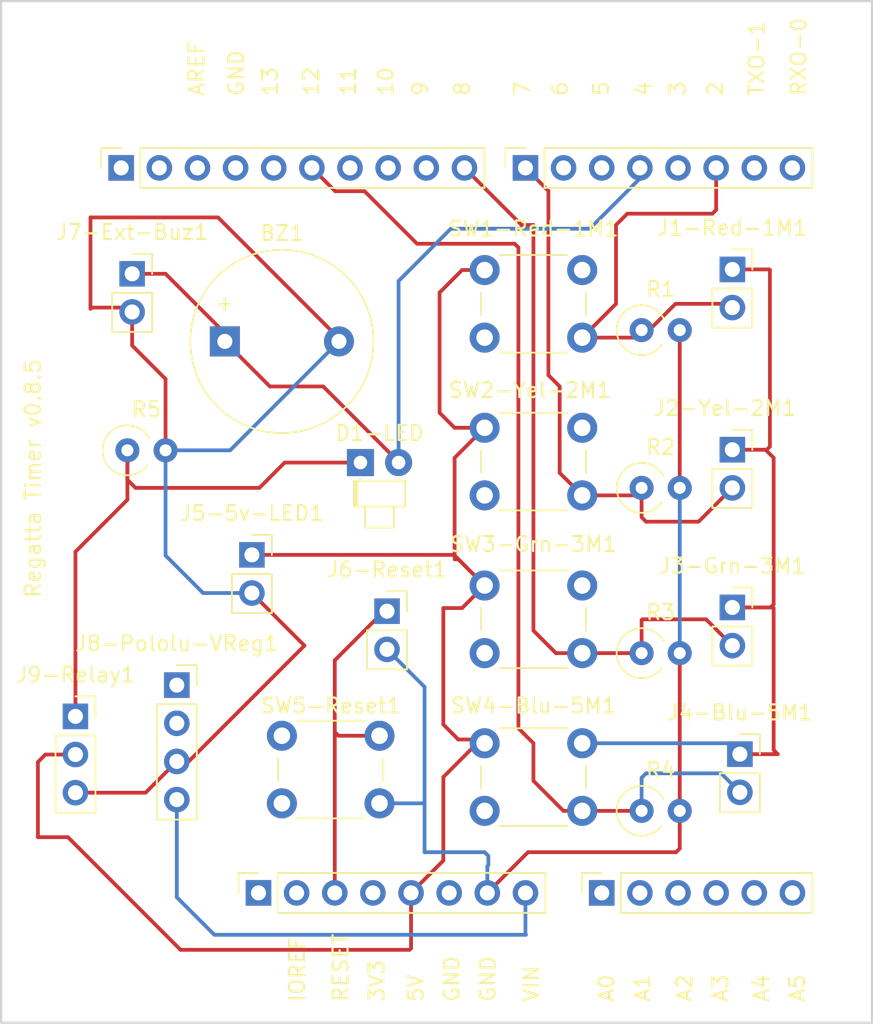
<source format=kicad_pcb>
(kicad_pcb (version 20240108) (generator "pcbnew") (generator_version "8.0")
  (title_block (title "Regatta Timer") (date "2025-03-14"))
  (layers (0 "F.Cu" signal) (31 "B.Cu" signal) (34 "B.Paste" user) (35 "F.Paste" user) (36 "B.SilkS" user "B.Silkscreen") (37 "F.SilkS" user "F.Silkscreen") (38 "B.Mask" user) (39 "F.Mask" user) (44 "Edge.Cuts" user))
  (net 0 "")
  (net 1 "GND")
  (net 3 "+5V")
  (net 4 "/IOREF")
  (net 5 "/A0")
  (net 6 "/A1")
  (net 7 "/A2")
  (net 8 "/A3")
  (net 9 "/SDA{slash}A4")
  (net 10 "/SCL{slash}A5")
  (net 11 "/13")
  (net 12 "/12")
  (net 13 "/AREF")
  (net 14 "/7")
  (net 15 "/*11")
  (net 16 "/*10")
  (net 17 "/*9")
  (net 18 "/4")
  (net 19 "/2")
  (net 20 "/*6")
  (net 21 "/*5")
  (net 22 "/TX{slash}1")
  (net 23 "/*3")
  (net 24 "/RX{slash}0")
  (net 25 "+3V3")
  (net 26 "VCC")
  (net 27 "/~{RESET}")
  (net 28 "/8")
  (net 29 "Net-(D1-K)")
  (footprint "Connector_PinSocket_2.54mm:PinSocket_1x08_P2.54mm_Vertical" (layer "F.Cu") (at 127.94 97.46 90)
    (property "Reference" "J1" (hide yes))
    (property "Value" "Power")
    (fp_line (start 1.33 -1.33) (end 1.33 0) (stroke (width 0.12)) (layer "F.SilkS"))
    (fp_line (start 0 -1.33) (end 1.33 -1.33) (stroke (width 0.12)) (layer "F.SilkS"))
    (fp_line (start 1.33 1.27) (end 1.33 19.11) (stroke (width 0.12)) (layer "F.SilkS"))
    (fp_line (start -1.33 1.27) (end 1.33 1.27) (stroke (width 0.12)) (layer "F.SilkS"))
    (fp_line (start -1.33 1.27) (end -1.33 19.11) (stroke (width 0.12)) (layer "F.SilkS"))
    (fp_line (start -1.33 19.11) (end 1.33 19.11) (stroke (width 0.12)) (layer "F.SilkS"))
    (pad "1" thru_hole rect (at 0 0 90) (size 1.7 1.7) (drill 1) (layers "*.Cu" "*.Mask"))
    (pad "2" thru_hole oval (at 0 2.54 90) (size 1.7 1.7) (drill 1) (layers "*.Cu" "*.Mask") (net 4 "/IOREF"))
    (pad "3" thru_hole oval (at 0 5.08 90) (size 1.7 1.7) (drill 1) (layers "*.Cu" "*.Mask") (net 27 "/~{RESET}"))
    (pad "4" thru_hole oval (at 0 7.62 90) (size 1.7 1.7) (drill 1) (layers "*.Cu" "*.Mask") (net 25 "+3V3"))
    (pad "5" thru_hole oval (at 0 10.16 90) (size 1.7 1.7) (drill 1) (layers "*.Cu" "*.Mask") (net 3 "+5V"))
    (pad "6" thru_hole oval (at 0 12.7 90) (size 1.7 1.7) (drill 1) (layers "*.Cu" "*.Mask") (net 1 "GND"))
    (pad "7" thru_hole oval (at 0 15.24 90) (size 1.7 1.7) (drill 1) (layers "*.Cu" "*.Mask") (net 1 "GND"))
    (pad "8" thru_hole oval (at 0 17.78 90) (size 1.7 1.7) (drill 1) (layers "*.Cu" "*.Mask") (net 26 "VCC"))
  )
  (footprint "Connector_PinSocket_2.54mm:PinSocket_1x06_P2.54mm_Vertical" (layer "F.Cu") (at 150.8 97.46 90)
    (property "Reference" "J3" (hide yes))
    (property "Value" "Analog")
    (fp_line (start 1.33 -1.33) (end 1.33 0) (stroke (width 0.12)) (layer "F.SilkS"))
    (fp_line (start 0 -1.33) (end 1.33 -1.33) (stroke (width 0.12)) (layer "F.SilkS"))
    (fp_line (start 1.33 1.27) (end 1.33 14.03) (stroke (width 0.12)) (layer "F.SilkS"))
    (fp_line (start -1.33 1.27) (end 1.33 1.27) (stroke (width 0.12)) (layer "F.SilkS"))
    (fp_line (start -1.33 1.27) (end -1.33 14.03) (stroke (width 0.12)) (layer "F.SilkS"))
    (fp_line (start -1.33 14.03) (end 1.33 14.03) (stroke (width 0.12)) (layer "F.SilkS"))
    (pad "1" thru_hole rect (at 0 0 90) (size 1.7 1.7) (drill 1) (layers "*.Cu" "*.Mask") (net 5 "/A0"))
    (pad "2" thru_hole oval (at 0 2.54 90) (size 1.7 1.7) (drill 1) (layers "*.Cu" "*.Mask") (net 6 "/A1"))
    (pad "3" thru_hole oval (at 0 5.08 90) (size 1.7 1.7) (drill 1) (layers "*.Cu" "*.Mask") (net 7 "/A2"))
    (pad "4" thru_hole oval (at 0 7.62 90) (size 1.7 1.7) (drill 1) (layers "*.Cu" "*.Mask") (net 8 "/A3"))
    (pad "5" thru_hole oval (at 0 10.16 90) (size 1.7 1.7) (drill 1) (layers "*.Cu" "*.Mask") (net 9 "/SDA{slash}A4"))
    (pad "6" thru_hole oval (at 0 12.7 90) (size 1.7 1.7) (drill 1) (layers "*.Cu" "*.Mask") (net 10 "/SCL{slash}A5"))
  )
  (footprint "Connector_PinSocket_2.54mm:PinSocket_1x10_P2.54mm_Vertical" (layer "F.Cu") (at 118.796 49.2 90)
    (property "Reference" "J2" (hide yes))
    (property "Value" "Digital/PWM")
    (fp_line (start 1.33 -1.33) (end 1.33 0) (stroke (width 0.12)) (layer "F.SilkS"))
    (fp_line (start 0 -1.33) (end 1.33 -1.33) (stroke (width 0.12)) (layer "F.SilkS"))
    (fp_line (start 1.33 1.27) (end 1.33 24.19) (stroke (width 0.12)) (layer "F.SilkS"))
    (fp_line (start -1.33 1.27) (end 1.33 1.27) (stroke (width 0.12)) (layer "F.SilkS"))
    (fp_line (start -1.33 1.27) (end -1.33 24.19) (stroke (width 0.12)) (layer "F.SilkS"))
    (fp_line (start -1.33 24.19) (end 1.33 24.19) (stroke (width 0.12)) (layer "F.SilkS"))
    (pad "1" thru_hole rect (at 0 0 90) (size 1.7 1.7) (drill 1) (layers "*.Cu" "*.Mask") (net 10 "/SCL{slash}A5"))
    (pad "2" thru_hole oval (at 0 2.54 90) (size 1.7 1.7) (drill 1) (layers "*.Cu" "*.Mask") (net 9 "/SDA{slash}A4"))
    (pad "3" thru_hole oval (at 0 5.08 90) (size 1.7 1.7) (drill 1) (layers "*.Cu" "*.Mask") (net 13 "/AREF"))
    (pad "4" thru_hole oval (at 0 7.62 90) (size 1.7 1.7) (drill 1) (layers "*.Cu" "*.Mask") (net 1 "GND"))
    (pad "5" thru_hole oval (at 0 10.16 90) (size 1.7 1.7) (drill 1) (layers "*.Cu" "*.Mask") (net 11 "/13"))
    (pad "6" thru_hole oval (at 0 12.7 90) (size 1.7 1.7) (drill 1) (layers "*.Cu" "*.Mask") (net 12 "/12"))
    (pad "7" thru_hole oval (at 0 15.24 90) (size 1.7 1.7) (drill 1) (layers "*.Cu" "*.Mask") (net 15 "/*11"))
    (pad "8" thru_hole oval (at 0 17.78 90) (size 1.7 1.7) (drill 1) (layers "*.Cu" "*.Mask") (net 16 "/*10"))
    (pad "9" thru_hole oval (at 0 20.32 90) (size 1.7 1.7) (drill 1) (layers "*.Cu" "*.Mask") (net 17 "/*9"))
    (pad "10" thru_hole oval (at 0 22.86 90) (size 1.7 1.7) (drill 1) (layers "*.Cu" "*.Mask") (net 28 "/8"))
  )
  (footprint "Connector_PinSocket_2.54mm:PinSocket_1x08_P2.54mm_Vertical" (layer "F.Cu") (at 145.72 49.2 90)
    (property "Reference" "J4" (hide yes))
    (property "Value" "Digital/PWM")
    (fp_line (start 1.33 -1.33) (end 1.33 0) (stroke (width 0.12)) (layer "F.SilkS"))
    (fp_line (start 0 -1.33) (end 1.33 -1.33) (stroke (width 0.12)) (layer "F.SilkS"))
    (fp_line (start 1.33 1.27) (end 1.33 19.11) (stroke (width 0.12)) (layer "F.SilkS"))
    (fp_line (start -1.33 1.27) (end 1.33 1.27) (stroke (width 0.12)) (layer "F.SilkS"))
    (fp_line (start -1.33 1.27) (end -1.33 19.11) (stroke (width 0.12)) (layer "F.SilkS"))
    (fp_line (start -1.33 19.11) (end 1.33 19.11) (stroke (width 0.12)) (layer "F.SilkS"))
    (pad "1" thru_hole rect (at 0 0 90) (size 1.7 1.7) (drill 1) (layers "*.Cu" "*.Mask") (net 14 "/7"))
    (pad "2" thru_hole oval (at 0 2.54 90) (size 1.7 1.7) (drill 1) (layers "*.Cu" "*.Mask") (net 20 "/*6"))
    (pad "3" thru_hole oval (at 0 5.08 90) (size 1.7 1.7) (drill 1) (layers "*.Cu" "*.Mask") (net 21 "/*5"))
    (pad "4" thru_hole oval (at 0 7.62 90) (size 1.7 1.7) (drill 1) (layers "*.Cu" "*.Mask") (net 18 "/4"))
    (pad "5" thru_hole oval (at 0 10.16 90) (size 1.7 1.7) (drill 1) (layers "*.Cu" "*.Mask") (net 23 "/*3"))
    (pad "6" thru_hole oval (at 0 12.7 90) (size 1.7 1.7) (drill 1) (layers "*.Cu" "*.Mask") (net 19 "/2"))
    (pad "7" thru_hole oval (at 0 15.24 90) (size 1.7 1.7) (drill 1) (layers "*.Cu" "*.Mask") (net 22 "/TX{slash}1"))
    (pad "8" thru_hole oval (at 0 17.78 90) (size 1.7 1.7) (drill 1) (layers "*.Cu" "*.Mask") (net 24 "/RX{slash}0"))
  )
  (footprint "Connector_PinSocket_2.54mm:PinSocket_1x02_P2.54mm_Vertical" (layer "F.Cu") (at 127.5 74.96)
    (property "Reference" "J5-5v-LED1" (at 0 -2.77 0) (layer "F.SilkS"))
    (property "Value" "Conn_01x02_Socket" (hide yes))
    (fp_line (start -1.33 1.27) (end -1.33 3.87) (stroke (width 0.12)) (layer "F.SilkS"))
    (fp_line (start -1.33 1.27) (end 1.33 1.27) (stroke (width 0.12)) (layer "F.SilkS"))
    (fp_line (start -1.33 3.87) (end 1.33 3.87) (stroke (width 0.12)) (layer "F.SilkS"))
    (fp_line (start 0 -1.33) (end 1.33 -1.33) (stroke (width 0.12)) (layer "F.SilkS"))
    (fp_line (start 1.33 -1.33) (end 1.33 0) (stroke (width 0.12)) (layer "F.SilkS"))
    (fp_line (start 1.33 1.27) (end 1.33 3.87) (stroke (width 0.12)) (layer "F.SilkS"))
    (pad "1" thru_hole rect (at 0 0) (size 1.7 1.7) (drill 1) (layers "*.Cu" "*.Mask") (net 3 "+5V"))
    (pad "2" thru_hole oval (at 0 2.54) (size 1.7 1.7) (drill 1) (layers "*.Cu" "*.Mask") (net 1 "GND"))
  )
  (footprint "Buzzer_Beeper:Buzzer_12x9.5RM7.6" (layer "F.Cu") (at 125.7 60.75)
    (property "Reference" "BZ1" (at 3.8 -7.2 0) (layer "F.SilkS"))
    (property "Value" "Buzzer" (hide yes))
    (fp_circle (center 3.8 0) (end 9.9 0) (stroke (width 0.12)) (fill none) (layer "F.SilkS"))
    (fp_text user "+" (at -0.01 -2.54 0) (layer "F.SilkS"))
    (pad "1" thru_hole rect (at 0 0) (size 2 2) (drill 1) (layers "*.Cu" "*.Mask") (net 18 "/4"))
    (pad "2" thru_hole circle (at 7.6 0) (size 2 2) (drill 1) (layers "*.Cu" "*.Mask") (net 1 "GND"))
  )
  (footprint "Button_Switch_THT:SW_PUSH_6mm" (layer "F.Cu") (at 129.5 87)
    (property "Reference" "SW5-Reset1" (at 3.25 -2 0) (layer "F.SilkS"))
    (property "Value" "~")
    (fp_line (start -0.25 1.5) (end -0.25 3) (stroke (width 0.12)) (layer "F.SilkS"))
    (fp_line (start 1 5.5) (end 5.5 5.5) (stroke (width 0.12)) (layer "F.SilkS"))
    (fp_line (start 5.5 -1) (end 1 -1) (stroke (width 0.12)) (layer "F.SilkS"))
    (fp_line (start 6.75 3) (end 6.75 1.5) (stroke (width 0.12)) (layer "F.SilkS"))
    (pad "1" thru_hole circle (at 0 0 90) (size 2 2) (drill 1.1) (layers "*.Cu" "*.Mask") (net 27 "/~{RESET}"))
    (pad "1" thru_hole circle (at 6.5 0 90) (size 2 2) (drill 1.1) (layers "*.Cu" "*.Mask") (net 27 "/~{RESET}"))
    (pad "2" thru_hole circle (at 0 4.5 90) (size 2 2) (drill 1.1) (layers "*.Cu" "*.Mask") (net 1 "GND"))
    (pad "2" thru_hole circle (at 6.5 4.5 90) (size 2 2) (drill 1.1) (layers "*.Cu" "*.Mask") (net 1 "GND"))
  )
  (footprint "Button_Switch_THT:SW_PUSH_6mm" (layer "F.Cu") (at 143 77)
    (property "Reference" "SW3-Grn-3M1" (at 3.25 -2.75 0) (layer "F.SilkS"))
    (property "Value" "~")
    (fp_line (start -0.25 1.5) (end -0.25 3) (stroke (width 0.12)) (layer "F.SilkS"))
    (fp_line (start 1 5.5) (end 5.5 5.5) (stroke (width 0.12)) (layer "F.SilkS"))
    (fp_line (start 5.5 -1) (end 1 -1) (stroke (width 0.12)) (layer "F.SilkS"))
    (fp_line (start 6.75 3) (end 6.75 1.5) (stroke (width 0.12)) (layer "F.SilkS"))
    (pad "1" thru_hole circle (at 0 0 90) (size 2 2) (drill 1.1) (layers "*.Cu" "*.Mask") (net 3 "+5V"))
    (pad "1" thru_hole circle (at 6.5 0 90) (size 2 2) (drill 1.1) (layers "*.Cu" "*.Mask") (net 3 "+5V"))
    (pad "2" thru_hole circle (at 0 4.5 90) (size 2 2) (drill 1.1) (layers "*.Cu" "*.Mask") (net 28 "/8"))
    (pad "2" thru_hole circle (at 6.5 4.5 90) (size 2 2) (drill 1.1) (layers "*.Cu" "*.Mask") (net 28 "/8"))
  )
  (footprint "Button_Switch_THT:SW_PUSH_6mm" (layer "F.Cu") (at 143 66.5)
    (property "Reference" "SW2-Yel-2M1" (at 3 -2.5 0) (layer "F.SilkS"))
    (property "Value" "~")
    (fp_line (start -0.25 1.5) (end -0.25 3) (stroke (width 0.12)) (layer "F.SilkS"))
    (fp_line (start 1 5.5) (end 5.5 5.5) (stroke (width 0.12)) (layer "F.SilkS"))
    (fp_line (start 5.5 -1) (end 1 -1) (stroke (width 0.12)) (layer "F.SilkS"))
    (fp_line (start 6.75 3) (end 6.75 1.5) (stroke (width 0.12)) (layer "F.SilkS"))
    (pad "1" thru_hole circle (at 0 0 90) (size 2 2) (drill 1.1) (layers "*.Cu" "*.Mask") (net 3 "+5V"))
    (pad "1" thru_hole circle (at 6.5 0 90) (size 2 2) (drill 1.1) (layers "*.Cu" "*.Mask") (net 3 "+5V"))
    (pad "2" thru_hole circle (at 0 4.5 90) (size 2 2) (drill 1.1) (layers "*.Cu" "*.Mask") (net 14 "/7"))
    (pad "2" thru_hole circle (at 6.5 4.5 90) (size 2 2) (drill 1.1) (layers "*.Cu" "*.Mask") (net 14 "/7"))
  )
  (footprint "Connector_PinSocket_2.54mm:PinSocket_1x02_P2.54mm_Vertical" (layer "F.Cu") (at 119.525 56.25)
    (property "Reference" "J7-Ext-Buz1" (at 0 -2.77 0) (layer "F.SilkS"))
    (property "Value" "Conn_01x02_Socket" (hide yes))
    (fp_line (start -1.33 1.27) (end -1.33 3.87) (stroke (width 0.12)) (layer "F.SilkS"))
    (fp_line (start -1.33 1.27) (end 1.33 1.27) (stroke (width 0.12)) (layer "F.SilkS"))
    (fp_line (start -1.33 3.87) (end 1.33 3.87) (stroke (width 0.12)) (layer "F.SilkS"))
    (fp_line (start 0 -1.33) (end 1.33 -1.33) (stroke (width 0.12)) (layer "F.SilkS"))
    (fp_line (start 1.33 -1.33) (end 1.33 0) (stroke (width 0.12)) (layer "F.SilkS"))
    (fp_line (start 1.33 1.27) (end 1.33 3.87) (stroke (width 0.12)) (layer "F.SilkS"))
    (pad "1" thru_hole rect (at 0 0) (size 1.7 1.7) (drill 1) (layers "*.Cu" "*.Mask") (net 18 "/4"))
    (pad "2" thru_hole oval (at 0 2.54) (size 1.7 1.7) (drill 1) (layers "*.Cu" "*.Mask") (net 1 "GND"))
  )
  (footprint "Button_Switch_THT:SW_PUSH_6mm" (layer "F.Cu") (at 143 56)
    (property "Reference" "SW1-Red-1M1" (at 3.25 -2.75 0) (layer "F.SilkS"))
    (property "Value" "~")
    (fp_line (start -0.25 1.5) (end -0.25 3) (stroke (width 0.12)) (layer "F.SilkS"))
    (fp_line (start 1 5.5) (end 5.5 5.5) (stroke (width 0.12)) (layer "F.SilkS"))
    (fp_line (start 5.5 -1) (end 1 -1) (stroke (width 0.12)) (layer "F.SilkS"))
    (fp_line (start 6.75 3) (end 6.75 1.5) (stroke (width 0.12)) (layer "F.SilkS"))
    (pad "1" thru_hole circle (at 0 0 90) (size 2 2) (drill 1.1) (layers "*.Cu" "*.Mask") (net 3 "+5V"))
    (pad "1" thru_hole circle (at 6.5 0 90) (size 2 2) (drill 1.1) (layers "*.Cu" "*.Mask") (net 3 "+5V"))
    (pad "2" thru_hole circle (at 0 4.5 90) (size 2 2) (drill 1.1) (layers "*.Cu" "*.Mask") (net 19 "/2"))
    (pad "2" thru_hole circle (at 6.5 4.5 90) (size 2 2) (drill 1.1) (layers "*.Cu" "*.Mask") (net 19 "/2"))
  )
  (footprint "Connector_PinSocket_2.54mm:PinSocket_1x02_P2.54mm_Vertical" (layer "F.Cu") (at 159.5 78.46)
    (property "Reference" "J3-Grn-3M1" (at 0 -2.77 0) (layer "F.SilkS"))
    (property "Value" "J3-Grn-3M" (hide yes))
    (fp_line (start -1.33 1.27) (end -1.33 3.87) (stroke (width 0.12)) (layer "F.SilkS"))
    (fp_line (start -1.33 1.27) (end 1.33 1.27) (stroke (width 0.12)) (layer "F.SilkS"))
    (fp_line (start -1.33 3.87) (end 1.33 3.87) (stroke (width 0.12)) (layer "F.SilkS"))
    (fp_line (start 0 -1.33) (end 1.33 -1.33) (stroke (width 0.12)) (layer "F.SilkS"))
    (fp_line (start 1.33 -1.33) (end 1.33 0) (stroke (width 0.12)) (layer "F.SilkS"))
    (fp_line (start 1.33 1.27) (end 1.33 3.87) (stroke (width 0.12)) (layer "F.SilkS"))
    (pad "1" thru_hole rect (at 0 0) (size 1.7 1.7) (drill 1) (layers "*.Cu" "*.Mask") (net 3 "+5V"))
    (pad "2" thru_hole oval (at 0 2.54) (size 1.7 1.7) (drill 1) (layers "*.Cu" "*.Mask") (net 28 "/8"))
  )
  (footprint "Button_Switch_THT:SW_PUSH_6mm" (layer "F.Cu") (at 143 87.5)
    (property "Reference" "SW4-Blu-5M1" (at 3.25 -2.5 0) (layer "F.SilkS"))
    (property "Value" "~")
    (fp_line (start -0.25 1.5) (end -0.25 3) (stroke (width 0.12)) (layer "F.SilkS"))
    (fp_line (start 1 5.5) (end 5.5 5.5) (stroke (width 0.12)) (layer "F.SilkS"))
    (fp_line (start 5.5 -1) (end 1 -1) (stroke (width 0.12)) (layer "F.SilkS"))
    (fp_line (start 6.75 3) (end 6.75 1.5) (stroke (width 0.12)) (layer "F.SilkS"))
    (pad "1" thru_hole circle (at 0 0 90) (size 2 2) (drill 1.1) (layers "*.Cu" "*.Mask") (net 3 "+5V"))
    (pad "1" thru_hole circle (at 6.5 0 90) (size 2 2) (drill 1.1) (layers "*.Cu" "*.Mask") (net 3 "+5V"))
    (pad "2" thru_hole circle (at 0 4.5 90) (size 2 2) (drill 1.1) (layers "*.Cu" "*.Mask") (net 12 "/12"))
    (pad "2" thru_hole circle (at 6.5 4.5 90) (size 2 2) (drill 1.1) (layers "*.Cu" "*.Mask") (net 12 "/12"))
  )
  (footprint "Resistor_THT:R_Axial_DIN0309_L9.0mm_D3.2mm_P2.54mm_Vertical" (layer "F.Cu") (at 119.21 68)
    (property "Reference" "R5" (at 1.27 -2.72 0) (layer "F.SilkS"))
    (property "Value" "~" (hide yes))
    (fp_arc (start 1.344775 0.97138) (mid -1.655812 -0.101418) (end 1.453272 -0.8) (stroke (width 0.12)) (layer "F.SilkS"))
    (pad "1" thru_hole circle (at 0 0) (size 1.6 1.6) (drill 0.8) (layers "*.Cu" "*.Mask") (net 29 "Net-(D1-K)"))
    (pad "2" thru_hole oval (at 2.54 0) (size 1.6 1.6) (drill 0.8) (layers "*.Cu" "*.Mask") (net 1 "GND"))
  )
  (footprint "LED_THT:LED_D1.8mm_W1.8mm_H2.4mm_Horizontal_O1.27mm_Z1.6mm" (layer "F.Cu") (at 134.73 68.815)
    (property "Reference" "D1-LED" (at 1.27 -1.96 0) (layer "F.SilkS"))
    (property "Value" "LED" (hide yes))
    (fp_line (start -0.44 1.21) (end -0.44 2.93) (stroke (width 0.12)) (layer "F.SilkS"))
    (fp_line (start -0.44 2.93) (end 2.98 2.93) (stroke (width 0.12)) (layer "F.SilkS"))
    (fp_line (start -0.32 1.21) (end -0.32 2.93) (stroke (width 0.12)) (layer "F.SilkS"))
    (fp_line (start -0.2 1.21) (end -0.2 2.93) (stroke (width 0.12)) (layer "F.SilkS"))
    (fp_line (start 0 1.08) (end 0 1.08) (stroke (width 0.12)) (layer "F.SilkS"))
    (fp_line (start 0 1.08) (end 0 1.21) (stroke (width 0.12)) (layer "F.SilkS"))
    (fp_line (start 0 1.21) (end 0 1.08) (stroke (width 0.12)) (layer "F.SilkS"))
    (fp_line (start 0 1.21) (end 0 1.21) (stroke (width 0.12)) (layer "F.SilkS"))
    (fp_line (start 0.31 2.93) (end 0.31 4.33) (stroke (width 0.12)) (layer "F.SilkS"))
    (fp_line (start 0.31 4.33) (end 2.23 4.33) (stroke (width 0.12)) (layer "F.SilkS"))
    (fp_line (start 2.23 2.93) (end 0.31 2.93) (stroke (width 0.12)) (layer "F.SilkS"))
    (fp_line (start 2.23 4.33) (end 2.23 2.93) (stroke (width 0.12)) (layer "F.SilkS"))
    (fp_line (start 2.54 1.08) (end 2.54 1.08) (stroke (width 0.12)) (layer "F.SilkS"))
    (fp_line (start 2.54 1.08) (end 2.54 1.21) (stroke (width 0.12)) (layer "F.SilkS"))
    (fp_line (start 2.54 1.21) (end 2.54 1.08) (stroke (width 0.12)) (layer "F.SilkS"))
    (fp_line (start 2.54 1.21) (end 2.54 1.21) (stroke (width 0.12)) (layer "F.SilkS"))
    (fp_line (start 2.98 1.21) (end -0.44 1.21) (stroke (width 0.12)) (layer "F.SilkS"))
    (fp_line (start 2.98 2.93) (end 2.98 1.21) (stroke (width 0.12)) (layer "F.SilkS"))
    (pad "1" thru_hole rect (at 0 0) (size 1.8 1.8) (drill 0.9) (layers "*.Cu" "*.Mask") (net 29 "Net-(D1-K)"))
    (pad "2" thru_hole circle (at 2.54 0) (size 1.8 1.8) (drill 0.9) (layers "*.Cu" "*.Mask") (net 18 "/4"))
  )
  (footprint "Arduino_MountingHole:MountingHole_3.2mm" (layer "F.Cu") (at 115.24 49.2)
    (property "Reference" "MH1" (hide yes))
    (property "Value" "MountingHole_3.2mm" (hide yes))
    (pad "" np_thru_hole circle (at 0 0) (size 3.2 3.2) (drill 3.2) (layers "*.Cu" "*.Mask"))
  )
  (footprint "Resistor_THT:R_Axial_DIN0309_L9.0mm_D3.2mm_P2.54mm_Vertical" (layer "F.Cu") (at 153.455 70.5)
    (property "Reference" "R2" (at 1.27 -2.72 0) (layer "F.SilkS"))
    (property "Value" "~")
    (fp_arc (start 1.344775 0.97138) (mid -1.655812 -0.101418) (end 1.453272 -0.8) (stroke (width 0.12)) (layer "F.SilkS"))
    (pad "1" thru_hole circle (at 0 0) (size 1.6 1.6) (drill 0.8) (layers "*.Cu" "*.Mask") (net 14 "/7"))
    (pad "2" thru_hole oval (at 2.54 0) (size 1.6 1.6) (drill 0.8) (layers "*.Cu" "*.Mask") (net 1 "GND"))
  )
  (footprint "Connector_PinSocket_2.54mm:PinSocket_1x02_P2.54mm_Vertical" (layer "F.Cu") (at 159.5 55.96)
    (property "Reference" "J1-Red-1M1" (at 0 -2.77 0) (layer "F.SilkS"))
    (property "Value" "Conn_01x02_Socket" (hide yes))
    (fp_line (start -1.33 1.27) (end -1.33 3.87) (stroke (width 0.12)) (layer "F.SilkS"))
    (fp_line (start -1.33 1.27) (end 1.33 1.27) (stroke (width 0.12)) (layer "F.SilkS"))
    (fp_line (start -1.33 3.87) (end 1.33 3.87) (stroke (width 0.12)) (layer "F.SilkS"))
    (fp_line (start 0 -1.33) (end 1.33 -1.33) (stroke (width 0.12)) (layer "F.SilkS"))
    (fp_line (start 1.33 -1.33) (end 1.33 0) (stroke (width 0.12)) (layer "F.SilkS"))
    (fp_line (start 1.33 1.27) (end 1.33 3.87) (stroke (width 0.12)) (layer "F.SilkS"))
    (pad "1" thru_hole rect (at 0 0) (size 1.7 1.7) (drill 1) (layers "*.Cu" "*.Mask") (net 3 "+5V"))
    (pad "2" thru_hole oval (at 0 2.54) (size 1.7 1.7) (drill 1) (layers "*.Cu" "*.Mask") (net 19 "/2"))
  )
  (footprint "Connector_PinSocket_2.54mm:PinSocket_1x04_P2.54mm_Vertical" (layer "F.Cu") (at 122.5 83.63)
    (property "Reference" "J8-Pololu-VReg1" (at 0 -2.77 0) (layer "F.SilkS"))
    (property "Value" "Conn_01x04_Socket" (hide yes))
    (fp_line (start -1.33 1.27) (end -1.33 8.95) (stroke (width 0.12)) (layer "F.SilkS"))
    (fp_line (start -1.33 1.27) (end 1.33 1.27) (stroke (width 0.12)) (layer "F.SilkS"))
    (fp_line (start -1.33 8.95) (end 1.33 8.95) (stroke (width 0.12)) (layer "F.SilkS"))
    (fp_line (start 0 -1.33) (end 1.33 -1.33) (stroke (width 0.12)) (layer "F.SilkS"))
    (fp_line (start 1.33 -1.33) (end 1.33 0) (stroke (width 0.12)) (layer "F.SilkS"))
    (fp_line (start 1.33 1.27) (end 1.33 8.95) (stroke (width 0.12)) (layer "F.SilkS"))
    (pad "1" thru_hole rect (at 0 0) (size 1.7 1.7) (drill 1) (layers "*.Cu" "*.Mask"))
    (pad "2" thru_hole oval (at 0 2.54) (size 1.7 1.7) (drill 1) (layers "*.Cu" "*.Mask"))
    (pad "3" thru_hole oval (at 0 5.08) (size 1.7 1.7) (drill 1) (layers "*.Cu" "*.Mask") (net 1 "GND"))
    (pad "4" thru_hole oval (at 0 7.62) (size 1.7 1.7) (drill 1) (layers "*.Cu" "*.Mask") (net 26 "VCC"))
  )
  (footprint "Connector_PinSocket_2.54mm:PinSocket_1x02_P2.54mm_Vertical" (layer "F.Cu") (at 136.5 78.71)
    (property "Reference" "J6-Reset1" (at 0 -2.77 0) (layer "F.SilkS"))
    (property "Value" "J6-Reset" (hide yes))
    (fp_line (start -1.33 1.27) (end -1.33 3.87) (stroke (width 0.12)) (layer "F.SilkS"))
    (fp_line (start -1.33 1.27) (end 1.33 1.27) (stroke (width 0.12)) (layer "F.SilkS"))
    (fp_line (start -1.33 3.87) (end 1.33 3.87) (stroke (width 0.12)) (layer "F.SilkS"))
    (fp_line (start 0 -1.33) (end 1.33 -1.33) (stroke (width 0.12)) (layer "F.SilkS"))
    (fp_line (start 1.33 -1.33) (end 1.33 0) (stroke (width 0.12)) (layer "F.SilkS"))
    (fp_line (start 1.33 1.27) (end 1.33 3.87) (stroke (width 0.12)) (layer "F.SilkS"))
    (pad "1" thru_hole rect (at 0 0) (size 1.7 1.7) (drill 1) (layers "*.Cu" "*.Mask") (net 27 "/~{RESET}"))
    (pad "2" thru_hole oval (at 0 2.54) (size 1.7 1.7) (drill 1) (layers "*.Cu" "*.Mask") (net 1 "GND"))
  )
  (footprint "Resistor_THT:R_Axial_DIN0309_L9.0mm_D3.2mm_P2.54mm_Vertical" (layer "F.Cu") (at 153.455 60)
    (property "Reference" "R1" (at 1.27 -2.72 0) (layer "F.SilkS"))
    (property "Value" "~")
    (fp_arc (start 1.344775 0.97138) (mid -1.655812 -0.101418) (end 1.453272 -0.8) (stroke (width 0.12)) (layer "F.SilkS"))
    (pad "1" thru_hole circle (at 0 0) (size 1.6 1.6) (drill 0.8) (layers "*.Cu" "*.Mask") (net 19 "/2"))
    (pad "2" thru_hole oval (at 2.54 0) (size 1.6 1.6) (drill 0.8) (layers "*.Cu" "*.Mask") (net 1 "GND"))
  )
  (footprint "Connector_PinSocket_2.54mm:PinSocket_1x02_P2.54mm_Vertical" (layer "F.Cu") (at 160 88.225)
    (property "Reference" "J4-Blu-5M1" (at 0 -2.77 0) (layer "F.SilkS"))
    (property "Value" "J4-Blu-5M1" (hide yes))
    (fp_line (start -1.33 1.27) (end -1.33 3.87) (stroke (width 0.12)) (layer "F.SilkS"))
    (fp_line (start -1.33 1.27) (end 1.33 1.27) (stroke (width 0.12)) (layer "F.SilkS"))
    (fp_line (start -1.33 3.87) (end 1.33 3.87) (stroke (width 0.12)) (layer "F.SilkS"))
    (fp_line (start 0 -1.33) (end 1.33 -1.33) (stroke (width 0.12)) (layer "F.SilkS"))
    (fp_line (start 1.33 -1.33) (end 1.33 0) (stroke (width 0.12)) (layer "F.SilkS"))
    (fp_line (start 1.33 1.27) (end 1.33 3.87) (stroke (width 0.12)) (layer "F.SilkS"))
    (pad "1" thru_hole rect (at 0 0) (size 1.7 1.7) (drill 1) (layers "*.Cu" "*.Mask") (net 3 "+5V"))
    (pad "2" thru_hole oval (at 0 2.54) (size 1.7 1.7) (drill 1) (layers "*.Cu" "*.Mask") (net 12 "/12"))
  )
  (footprint "Connector_PinSocket_2.54mm:PinSocket_1x03_P2.54mm_Vertical" (layer "F.Cu") (at 115.75 85.71)
    (property "Reference" "J9-Relay1" (at 0 -2.77 0) (layer "F.SilkS"))
    (property "Value" "Conn_01x03_Socket" (hide yes))
    (fp_line (start -1.33 1.27) (end -1.33 6.41) (stroke (width 0.12)) (layer "F.SilkS"))
    (fp_line (start -1.33 1.27) (end 1.33 1.27) (stroke (width 0.12)) (layer "F.SilkS"))
    (fp_line (start -1.33 6.41) (end 1.33 6.41) (stroke (width 0.12)) (layer "F.SilkS"))
    (fp_line (start 0 -1.33) (end 1.33 -1.33) (stroke (width 0.12)) (layer "F.SilkS"))
    (fp_line (start 1.33 -1.33) (end 1.33 0) (stroke (width 0.12)) (layer "F.SilkS"))
    (fp_line (start 1.33 1.27) (end 1.33 6.41) (stroke (width 0.12)) (layer "F.SilkS"))
    (pad "1" thru_hole rect (at 0 0) (size 1.7 1.7) (drill 1) (layers "*.Cu" "*.Mask") (net 29 "Net-(D1-K)"))
    (pad "2" thru_hole oval (at 0 2.54) (size 1.7 1.7) (drill 1) (layers "*.Cu" "*.Mask") (net 3 "+5V"))
    (pad "3" thru_hole oval (at 0 5.08) (size 1.7 1.7) (drill 1) (layers "*.Cu" "*.Mask") (net 1 "GND"))
  )
  (footprint "Resistor_THT:R_Axial_DIN0309_L9.0mm_D3.2mm_P2.54mm_Vertical" (layer "F.Cu") (at 153.455 81.5)
    (property "Reference" "R3" (at 1.27 -2.72 0) (layer "F.SilkS"))
    (property "Value" "~")
    (fp_arc (start 1.344775 0.97138) (mid -1.655812 -0.101418) (end 1.453272 -0.8) (stroke (width 0.12)) (layer "F.SilkS"))
    (pad "1" thru_hole circle (at 0 0) (size 1.6 1.6) (drill 0.8) (layers "*.Cu" "*.Mask") (net 28 "/8"))
    (pad "2" thru_hole oval (at 2.54 0) (size 1.6 1.6) (drill 0.8) (layers "*.Cu" "*.Mask") (net 1 "GND"))
  )
  (footprint "Connector_PinSocket_2.54mm:PinSocket_1x02_P2.54mm_Vertical" (layer "F.Cu") (at 159.5 67.96)
    (property "Reference" "J2-Yel-2M1" (at -0.5 -2.77 0) (layer "F.SilkS"))
    (property "Value" "Conn_01x02_Socket" (hide yes))
    (fp_line (start -1.33 1.27) (end -1.33 3.87) (stroke (width 0.12)) (layer "F.SilkS"))
    (fp_line (start -1.33 1.27) (end 1.33 1.27) (stroke (width 0.12)) (layer "F.SilkS"))
    (fp_line (start -1.33 3.87) (end 1.33 3.87) (stroke (width 0.12)) (layer "F.SilkS"))
    (fp_line (start 0 -1.33) (end 1.33 -1.33) (stroke (width 0.12)) (layer "F.SilkS"))
    (fp_line (start 1.33 -1.33) (end 1.33 0) (stroke (width 0.12)) (layer "F.SilkS"))
    (fp_line (start 1.33 1.27) (end 1.33 3.87) (stroke (width 0.12)) (layer "F.SilkS"))
    (pad "1" thru_hole rect (at 0 0) (size 1.7 1.7) (drill 1) (layers "*.Cu" "*.Mask") (net 3 "+5V"))
    (pad "2" thru_hole oval (at 0 2.54) (size 1.7 1.7) (drill 1) (layers "*.Cu" "*.Mask") (net 14 "/7"))
  )
  (footprint "Arduino_MountingHole:MountingHole_3.2mm" (layer "F.Cu") (at 113.97 97.46)
    (property "Reference" "MH2" (hide yes))
    (property "Value" "MountingHole_3.2mm" (hide yes))
    (pad "" np_thru_hole circle (at 0 0) (size 3.2 3.2) (drill 3.2) (layers "*.Cu" "*.Mask"))
  )
  (footprint "Arduino_MountingHole:MountingHole_3.2mm" (layer "F.Cu") (at 166.04 64.44)
    (property "Reference" "MH3" (hide yes))
    (property "Value" "MountingHole_3.2mm" (hide yes))
    (pad "" np_thru_hole circle (at 0 0) (size 3.2 3.2) (drill 3.2) (layers "*.Cu" "*.Mask"))
  )
  (footprint "Arduino_MountingHole:MountingHole_3.2mm" (layer "F.Cu") (at 166.04 92.38)
    (property "Reference" "MH4" (hide yes))
    (property "Value" "MountingHole_3.2mm" (hide yes))
    (pad "" np_thru_hole circle (at 0 0) (size 3.2 3.2) (drill 3.2) (layers "*.Cu" "*.Mask"))
  )
  (footprint "Resistor_THT:R_Axial_DIN0309_L9.0mm_D3.2mm_P2.54mm_Vertical" (layer "F.Cu") (at 153.455 92)
    (property "Reference" "R4" (at 1.27 -2.72 0) (layer "F.SilkS"))
    (property "Value" "~")
    (fp_arc (start 1.344775 0.97138) (mid -1.655812 -0.101418) (end 1.453272 -0.8) (stroke (width 0.12)) (layer "F.SilkS"))
    (pad "1" thru_hole circle (at 0 0) (size 1.6 1.6) (drill 0.8) (layers "*.Cu" "*.Mask") (net 12 "/12"))
    (pad "2" thru_hole oval (at 2.54 0) (size 1.6 1.6) (drill 0.8) (layers "*.Cu" "*.Mask") (net 1 "GND"))
  )
  (gr_rect (start 110.8 38.1) (end 168.8 106.1) (stroke (width 0.15)) (fill none) (layer "Edge.Cuts"))
  (gr_text "A0" (at 151.7 104.8 90) (layer "F.SilkS") (effects (font (size 1 1)) (justify left bottom)))
  (gr_text "IOREF" (at 131.1 104.8 90) (layer "F.SilkS") (effects (font (size 1 1)) (justify left bottom)))
  (gr_text "5V" (at 139 104.8 90) (layer "F.SilkS") (effects (font (size 1 1)) (justify left bottom)))
  (gr_text "9" (at 139.3 44.5 90) (layer "F.SilkS") (effects (font (size 1 1)) (justify left bottom)))
  (gr_text "8" (at 142.1 44.5 90) (layer "F.SilkS") (effects (font (size 1 1)) (justify left bottom)))
  (gr_text "4" (at 154.15 44.5 90) (layer "F.SilkS") (effects (font (size 1 1)) (justify left bottom)))
  (gr_text "Regatta Timer v0.8.5" (at 113.5 77.9 90) (layer "F.SilkS") (effects (font (size 1 1)) (justify left bottom)))
  (gr_text "13" (at 129.3 44.5 90) (layer "F.SilkS") (effects (font (size 1 1)) (justify left bottom)))
  (gr_text "A5" (at 164.4 104.8 90) (layer "F.SilkS") (effects (font (size 1 1)) (justify left bottom)))
  (gr_text "A2" (at 156.9 104.8 90) (layer "F.SilkS") (effects (font (size 1 1)) (justify left bottom)))
  (gr_text "GND" (at 127.05 44.5 90) (layer "F.SilkS") (effects (font (size 1 1)) (justify left bottom)))
  (gr_text "6" (at 148.6 44.5 90) (layer "F.SilkS") (effects (font (size 1 1)) (justify left bottom)))
  (gr_text "11" (at 134.5 44.5 90) (layer "F.SilkS") (effects (font (size 1 1)) (justify left bottom)))
  (gr_text "3V3" (at 136.4 104.8 90) (layer "F.SilkS") (effects (font (size 1 1)) (justify left bottom)))
  (gr_text "3" (at 156.45 44.5 90) (layer "F.SilkS") (effects (font (size 1 1)) (justify left bottom)))
  (gr_text "RXO-0" (at 164.5 44.5 90) (layer "F.SilkS") (effects (font (size 1 1)) (justify left bottom)))
  (gr_text "2" (at 158.95 44.5 90) (layer "F.SilkS") (effects (font (size 1 1)) (justify left bottom)))
  (gr_text "TXO-1" (at 161.7 44.5 90) (layer "F.SilkS") (effects (font (size 1 1)) (justify left bottom)))
  (gr_text "7" (at 146.1 44.5 90) (layer "F.SilkS") (effects (font (size 1 1)) (justify left bottom)))
  (gr_text "A4" (at 162 104.8 90) (layer "F.SilkS") (effects (font (size 1 1)) (justify left bottom)))
  (gr_text "A3" (at 159.3 104.8 90) (layer "F.SilkS") (effects (font (size 1 1)) (justify left bottom)))
  (gr_text "A1" (at 154.1 104.8 90) (layer "F.SilkS") (effects (font (size 1 1)) (justify left bottom)))
  (gr_text "RESET" (at 134 104.8 90) (layer "F.SilkS") (effects (font (size 1 1)) (justify left bottom)))
  (gr_text "10" (at 137 44.5 90) (layer "F.SilkS") (effects (font (size 1 1)) (justify left bottom)))
  (gr_text "GND" (at 141.4 104.8 90) (layer "F.SilkS") (effects (font (size 1 1)) (justify left bottom)))
  (gr_text "AREF" (at 124.4 44.5 90) (layer "F.SilkS") (effects (font (size 1 1)) (justify left bottom)))
  (gr_text "5" (at 151.35 44.5 90) (layer "F.SilkS") (effects (font (size 1 1)) (justify left bottom)))
  (gr_text "12" (at 132.05 44.5 90) (layer "F.SilkS") (effects (font (size 1 1)) (justify left bottom)))
  (gr_text "VIN" (at 146.7 104.8 90) (layer "F.SilkS") (effects (font (size 1 1)) (justify left bottom)))
  (gr_text "GND" (at 143.8 104.8 90) (layer "F.SilkS") (effects (font (size 1 1)) (justify left bottom)))
  (segment (start 127 78) (end 127.5 77.5) (width 0.25) (layer "F.Cu") (net 1))
  (segment (start 133.3 60.55) (end 125.25 52.5) (width 0.25) (layer "F.Cu") (net 1))
  (segment (start 116.83 58.5) (end 119.235 58.5) (width 0.25) (layer "F.Cu") (net 1))
  (segment (start 121.75 63.25) (end 121.75 68) (width 0.25) (layer "F.Cu") (net 1))
  (segment (start 156 94.5) (end 155.75 94.75) (width 0.25) (layer "F.Cu") (net 1))
  (segment (start 155.995 94.495) (end 156 94.5) (width 0.25) (layer "F.Cu") (net 1))
  (segment (start 133.3 60.75) (end 133.3 60.55) (width 0.25) (layer "F.Cu") (net 1))
  (segment (start 116.75 58.58) (end 116.83 58.5) (width 0.25) (layer "F.Cu") (net 1))
  (segment (start 127.5 77.5) (end 131 81) (width 0.25) (layer "F.Cu") (net 1))
  (segment (start 145.89 94.75) (end 143.18 97.46) (width 0.25) (layer "F.Cu") (net 1))
  (segment (start 155.995 92) (end 155.995 94.495) (width 0.25) (layer "F.Cu") (net 1))
  (segment (start 155.995 70.5) (end 155.995 60.505) (width 0.25) (layer "F.Cu") (net 1))
  (segment (start 123.29 88.71) (end 122.5 88.71) (width 0.25) (layer "F.Cu") (net 1))
  (segment (start 155.995 60.505) (end 156.5 60) (width 0.25) (layer "F.Cu") (net 1))
  (segment (start 131 81) (end 123.29 88.71) (width 0.25) (layer "F.Cu") (net 1))
  (segment (start 120.42 90.79) (end 122 89.21) (width 0.25) (layer "F.Cu") (net 1))
  (segment (start 125.25 52.5) (end 116.75 52.5) (width 0.25) (layer "F.Cu") (net 1))
  (segment (start 116.75 52.5) (end 116.75 58.58) (width 0.25) (layer "F.Cu") (net 1))
  (segment (start 119.525 61.025) (end 121.75 63.25) (width 0.25) (layer "F.Cu") (net 1))
  (segment (start 155.995 92) (end 155.995 81.5) (width 0.25) (layer "F.Cu") (net 1))
  (segment (start 115.75 90.79) (end 120.42 90.79) (width 0.25) (layer "F.Cu") (net 1))
  (segment (start 119.525 58.79) (end 119.525 61.025) (width 0.25) (layer "F.Cu") (net 1))
  (segment (start 119.235 58.5) (end 119.525 58.79) (width 0.25) (layer "F.Cu") (net 1))
  (segment (start 155.75 94.75) (end 145.89 94.75) (width 0.25) (layer "F.Cu") (net 1))
  (segment (start 155.995 81.5) (end 155.995 70.5) (width 0.25) (layer "B.Cu") (net 1))
  (segment (start 136 91.5) (end 139 91.5) (width 0.25) (layer "B.Cu") (net 1))
  (segment (start 143.25 95.61) (end 143.18 95.68) (width 0.25) (layer "B.Cu") (net 1))
  (segment (start 143.18 95.68) (end 143.18 97.46) (width 0.25) (layer "B.Cu") (net 1))
  (segment (start 143 94.75) (end 143.25 95) (width 0.25) (layer "B.Cu") (net 1))
  (segment (start 139 94.75) (end 143 94.75) (width 0.25) (layer "B.Cu") (net 1))
  (segment (start 124.25 77.5) (end 121.75 75) (width 0.25) (layer "B.Cu") (net 1))
  (segment (start 121.75 68) (end 126.05 68) (width 0.25) (layer "B.Cu") (net 1))
  (segment (start 139 91.5) (end 139 94.75) (width 0.25) (layer "B.Cu") (net 1))
  (segment (start 139 83.75) (end 139 91.5) (width 0.25) (layer "B.Cu") (net 1))
  (segment (start 143.25 95) (end 143.25 95.61) (width 0.25) (layer "B.Cu") (net 1))
  (segment (start 126.05 68) (end 133.3 60.75) (width 0.25) (layer "B.Cu") (net 1))
  (segment (start 127.5 77.5) (end 124.25 77.5) (width 0.25) (layer "B.Cu") (net 1))
  (segment (start 136.5 81.25) (end 139 83.75) (width 0.25) (layer "B.Cu") (net 1))
  (segment (start 121.75 75) (end 121.75 68) (width 0.25) (layer "B.Cu") (net 1))
  (segment (start 141.5 78.5) (end 143 77) (width 0.25) (layer "F.Cu") (net 3))
  (segment (start 162.04 78.46) (end 162.25 78.25) (width 0.25) (layer "F.Cu") (net 3))
  (segment (start 140.25 86.25) (end 140.25 78.5) (width 0.25) (layer "F.Cu") (net 3))
  (segment (start 140.25 89.75) (end 142.5 87.5) (width 0.25) (layer "F.Cu") (net 3))
  (segment (start 140 57.5) (end 141.5 56) (width 0.25) (layer "F.Cu") (net 3))
  (segment (start 162.25 87.95) (end 162.25 78.5) (width 0.25) (layer "F.Cu") (net 3))
  (segment (start 141.25 75.25) (end 141 75.25) (width 0.25) (layer "F.Cu") (net 3))
  (segment (start 142.5 87.5) (end 143 87.5) (width 0.25) (layer "F.Cu") (net 3))
  (segment (start 161.79 67.96) (end 162 67.75) (width 0.25) (layer "F.Cu") (net 3))
  (segment (start 115.25 93.75) (end 113.25 93.75) (width 0.25) (layer "F.Cu") (net 3))
  (segment (start 162.25 68.5) (end 161.71 67.96) (width 0.25) (layer "F.Cu") (net 3))
  (segment (start 140.96 74.96) (end 143 77) (width 0.25) (layer "F.Cu") (net 3))
  (segment (start 140.25 95.31) (end 140.25 89.75) (width 0.25) (layer "F.Cu") (net 3))
  (segment (start 161.96 55.96) (end 160.25 55.96) (width 0.25) (layer "F.Cu") (net 3))
  (segment (start 141.5 56) (end 143 56) (width 0.25) (layer "F.Cu") (net 3))
  (segment (start 113.75 88.25) (end 115.75 88.25) (width 0.25) (layer "F.Cu") (net 3))
  (segment (start 141 66.5) (end 140 65.5) (width 0.25) (layer "F.Cu") (net 3))
  (segment (start 141 75.25) (end 141 68.5) (width 0.25) (layer "F.Cu") (net 3))
  (segment (start 161.71 67.96) (end 159.5 67.96) (width 0.25) (layer "F.Cu") (net 3))
  (segment (start 140 65.5) (end 140 57.5) (width 0.25) (layer "F.Cu") (net 3))
  (segment (start 141.25 87.25) (end 140.25 86.25) (width 0.25) (layer "F.Cu") (net 3))
  (segment (start 138.1 97.46) (end 138.1 101.15) (width 0.25) (layer "F.Cu") (net 3))
  (segment (start 143 66.5) (end 141 66.5) (width 0.25) (layer "F.Cu") (net 3))
  (segment (start 127.5 74.96) (end 140.96 74.96) (width 0.25) (layer "F.Cu") (net 3))
  (segment (start 122.75 101.25) (end 115.25 93.75) (width 0.25) (layer "F.Cu") (net 3))
  (segment (start 162.21 78.46) (end 159.5 78.46) (width 0.25) (layer "F.Cu") (net 3))
  (segment (start 160 88.225) (end 162.525 88.225) (width 0.25) (layer "F.Cu") (net 3))
  (segment (start 162.25 78.25) (end 162.25 68.5) (width 0.25) (layer "F.Cu") (net 3))
  (segment (start 140.25 78.5) (end 141.5 78.5) (width 0.25) (layer "F.Cu") (net 3))
  (segment (start 162 56) (end 161.96 55.96) (width 0.25) (layer "F.Cu") (net 3))
  (segment (start 142.75 87.25) (end 141.25 87.25) (width 0.25) (layer "F.Cu") (net 3))
  (segment (start 143 87.5) (end 142.75 87.25) (width 0.25) (layer "F.Cu") (net 3))
  (segment (start 138 101.25) (end 122.75 101.25) (width 0.25) (layer "F.Cu") (net 3))
  (segment (start 162.25 78.5) (end 162.21 78.46) (width 0.25) (layer "F.Cu") (net 3))
  (segment (start 159.5 67.96) (end 161.79 67.96) (width 0.25) (layer "F.Cu") (net 3))
  (segment (start 113.25 93.75) (end 113.25 88.75) (width 0.25) (layer "F.Cu") (net 3))
  (segment (start 162 67.75) (end 162 56) (width 0.25) (layer "F.Cu") (net 3))
  (segment (start 143 77) (end 141.25 75.25) (width 0.25) (layer "F.Cu") (net 3))
  (segment (start 138.1 97.46) (end 140.25 95.31) (width 0.25) (layer "F.Cu") (net 3))
  (segment (start 113.25 88.75) (end 113.75 88.25) (width 0.25) (layer "F.Cu") (net 3))
  (segment (start 159.5 78.46) (end 162.04 78.46) (width 0.25) (layer "F.Cu") (net 3))
  (segment (start 138.1 101.15) (end 138 101.25) (width 0.25) (layer "F.Cu") (net 3))
  (segment (start 162.525 88.225) (end 162.25 87.95) (width 0.25) (layer "F.Cu") (net 3))
  (segment (start 141 68.5) (end 143 66.5) (width 0.25) (layer "F.Cu") (net 3))
  (segment (start 159.5 56) (end 160.25 55.25) (width 0.25) (layer "B.Cu") (net 3))
  (segment (start 160.25 55.25) (end 160.25 55.96) (width 0.25) (layer "B.Cu") (net 3))
  (segment (start 149.5 87.5) (end 159.275 87.5) (width 0.25) (layer "B.Cu") (net 3))
  (segment (start 159.275 87.5) (end 160 88.225) (width 0.25) (layer "B.Cu") (net 3))
  (segment (start 149.5 92) (end 153.455 92) (width 0.25) (layer "F.Cu") (net 12))
  (segment (start 138.5 54.25) (end 135 50.75) (width 0.25) (layer "F.Cu") (net 12))
  (segment (start 146.25 90) (end 146.25 87.5) (width 0.25) (layer "F.Cu") (net 12))
  (segment (start 145.25 54.5) (end 145 54.25) (width 0.25) (layer "F.Cu") (net 12))
  (segment (start 146.25 87.5) (end 145.25 86.5) (width 0.25) (layer "F.Cu") (net 12))
  (segment (start 149.5 92) (end 148.25 92) (width 0.25) (layer "F.Cu") (net 12))
  (segment (start 135 50.75) (end 133.046 50.75) (width 0.25) (layer "F.Cu") (net 12))
  (segment (start 133.046 50.75) (end 131.496 49.2) (width 0.25) (layer "F.Cu") (net 12))
  (segment (start 148.25 92) (end 146.25 90) (width 0.25) (layer "F.Cu") (net 12))
  (segment (start 145.25 86.5) (end 145.25 54.5) (width 0.25) (layer "F.Cu") (net 12))
  (segment (start 145 54.25) (end 138.5 54.25) (width 0.25) (layer "F.Cu") (net 12))
  (segment (start 153.75 89.5) (end 158.75 89.5) (width 0.25) (layer "B.Cu") (net 12))
  (segment (start 158.75 89.5) (end 160 90.75) (width 0.25) (layer "B.Cu") (net 12))
  (segment (start 153.455 89.795) (end 153.75 89.5) (width 0.25) (layer "B.Cu") (net 12))
  (segment (start 160 90.75) (end 160 90.765) (width 0.25) (layer "B.Cu") (net 12))
  (segment (start 153.455 92) (end 153.455 89.795) (width 0.25) (layer "B.Cu") (net 12))
  (segment (start 153.75 72.75) (end 157.25 72.75) (width 0.25) (layer "F.Cu") (net 14))
  (segment (start 147.25 50.73) (end 145.72 49.2) (width 0.25) (layer "F.Cu") (net 14))
  (segment (start 148 69.5) (end 148 63.75) (width 0.25) (layer "F.Cu") (net 14))
  (segment (start 149.5 71) (end 148 69.5) (width 0.25) (layer "F.Cu") (net 14))
  (segment (start 148 63.75) (end 147.25 63) (width 0.25) (layer "F.Cu") (net 14))
  (segment (start 149.5 71) (end 153.455 71) (width 0.25) (layer "F.Cu") (net 14))
  (segment (start 153.455 72.455) (end 153.75 72.75) (width 0.25) (layer "F.Cu") (net 14))
  (segment (start 157.25 72.75) (end 159.5 70.5) (width 0.25) (layer "F.Cu") (net 14))
  (segment (start 153.455 70.5) (end 153.455 72.455) (width 0.25) (layer "F.Cu") (net 14))
  (segment (start 147.25 63) (end 147.25 50.73) (width 0.25) (layer "F.Cu") (net 14))
  (segment (start 125.7 60.75) (end 125.7 60.2) (width 0.25) (layer "F.Cu") (net 18))
  (segment (start 137.27 68.815) (end 137.27 68.77) (width 0.25) (layer "F.Cu") (net 18))
  (segment (start 125.7 60.2) (end 121.75 56.25) (width 0.25) (layer "F.Cu") (net 18))
  (segment (start 132.25 63.75) (end 128.7 63.75) (width 0.25) (layer "F.Cu") (net 18))
  (segment (start 121.75 56.25) (end 119.525 56.25) (width 0.25) (layer "F.Cu") (net 18))
  (segment (start 137.27 68.77) (end 132.25 63.75) (width 0.25) (layer "F.Cu") (net 18))
  (segment (start 128.7 63.75) (end 125.7 60.75) (width 0.25) (layer "F.Cu") (net 18))
  (segment (start 136.77 69.065) (end 137.02 69.065) (width 0.25) (layer "F.Cu") (net 18))
  (segment (start 137.02 69.065) (end 137.27 68.815) (width 0.25) (layer "F.Cu") (net 18))
  (segment (start 150 53.25) (end 140.75 53.25) (width 0.25) (layer "B.Cu") (net 18))
  (segment (start 137.27 68.565) (end 136.77 69.065) (width 0.25) (layer "B.Cu") (net 18))
  (segment (start 137.27 56.73) (end 137.27 68.565) (width 0.25) (layer "B.Cu") (net 18))
  (segment (start 140.75 53.25) (end 137.27 56.73) (width 0.25) (layer "B.Cu") (net 18))
  (segment (start 153.34 49.2) (end 153.34 49.91) (width 0.25) (layer "B.Cu") (net 18))
  (segment (start 153.34 49.91) (end 150 53.25) (width 0.25) (layer "B.Cu") (net 18))
  (segment (start 153.75 60.25) (end 153.96 60.04) (width 0.25) (layer "F.Cu") (net 19))
  (segment (start 158.17 52.25) (end 152.5 52.25) (width 0.25) (layer "F.Cu") (net 19))
  (segment (start 152.5 52.25) (end 151.75 53) (width 0.25) (layer "F.Cu") (net 19))
  (segment (start 153.75 60.5) (end 153.75 60.25) (width 0.25) (layer "F.Cu") (net 19))
  (segment (start 153.96 60) (end 155.71 58.25) (width 0.25) (layer "F.Cu") (net 19))
  (segment (start 151.75 53) (end 151.75 58.25) (width 0.25) (layer "F.Cu") (net 19))
  (segment (start 158.42 52) (end 158.17 52.25) (width 0.25) (layer "F.Cu") (net 19))
  (segment (start 155.71 58.25) (end 160 58.25) (width 0.25) (layer "F.Cu") (net 19))
  (segment (start 158.42 49.2) (end 158.42 52) (width 0.25) (layer "F.Cu") (net 19))
  (segment (start 149.5 60.5) (end 153.75 60.5) (width 0.25) (layer "F.Cu") (net 19))
  (segment (start 151.75 58.25) (end 149.5 60.5) (width 0.25) (layer "F.Cu") (net 19))
  (segment (start 160 58.25) (end 160.25 58.5) (width 0.25) (layer "F.Cu") (net 19))
  (segment (start 145.72 97.46) (end 145.72 100.22) (width 0.25) (layer "B.Cu") (net 26))
  (segment (start 145.72 100.22) (end 145.75 100.25) (width 0.25) (layer "B.Cu") (net 26))
  (segment (start 145.75 100.25) (end 125 100.25) (width 0.25) (layer "B.Cu") (net 26))
  (segment (start 122.5 97.75) (end 122.5 91.25) (width 0.25) (layer "B.Cu") (net 26))
  (segment (start 125 100.25) (end 122.5 97.75) (width 0.25) (layer "B.Cu") (net 26))
  (segment (start 136 87) (end 133.27 87) (width 0.25) (layer "F.Cu") (net 27))
  (segment (start 133.02 81.98) (end 133.02 86.75) (width 0.25) (layer "F.Cu") (net 27))
  (segment (start 133.375 81.625) (end 133.02 81.98) (width 0.25) (layer "F.Cu") (net 27))
  (segment (start 133.27 87) (end 133.02 86.75) (width 0.25) (layer "F.Cu") (net 27))
  (segment (start 136.5 78.71) (end 136.71 78.71) (width 0.25) (layer "F.Cu") (net 27))
  (segment (start 136.25 78.75) (end 133.375 81.625) (width 0.25) (layer "F.Cu") (net 27))
  (segment (start 136.71 78.71) (end 136.75 78.75) (width 0.25) (layer "F.Cu") (net 27))
  (segment (start 133.02 86.75) (end 133.02 97.46) (width 0.25) (layer "F.Cu") (net 27))
  (segment (start 153.5 79.25) (end 157.75 79.25) (width 0.25) (layer "F.Cu") (net 28))
  (segment (start 153.455 81.5) (end 153.455 79.295) (width 0.25) (layer "F.Cu") (net 28))
  (segment (start 147.75 81.5) (end 146.25 80) (width 0.25) (layer "F.Cu") (net 28))
  (segment (start 145.456 53) (end 141.656 49.2) (width 0.25) (layer "F.Cu") (net 28))
  (segment (start 149.5 81.5) (end 147.75 81.5) (width 0.25) (layer "F.Cu") (net 28))
  (segment (start 146.25 53) (end 145.456 53) (width 0.25) (layer "F.Cu") (net 28))
  (segment (start 146.25 80) (end 146.25 53) (width 0.25) (layer "F.Cu") (net 28))
  (segment (start 149.5 81.5) (end 153.455 81.5) (width 0.25) (layer "F.Cu") (net 28))
  (segment (start 153.455 79.295) (end 153.5 79.25) (width 0.25) (layer "F.Cu") (net 28))
  (segment (start 157.75 79.25) (end 159.5 81) (width 0.25) (layer "F.Cu") (net 28))
  (segment (start 134.23 69.065) (end 133.98 68.815) (width 0.25) (layer "F.Cu") (net 29))
  (segment (start 119.21 69.96) (end 119.75 70.5) (width 0.25) (layer "F.Cu") (net 29))
  (segment (start 129.685 68.815) (end 128 70.5) (width 0.25) (layer "F.Cu") (net 29))
  (segment (start 119.21 71.29) (end 115.75 74.75) (width 0.25) (layer "F.Cu") (net 29))
  (segment (start 119.21 68) (end 119.21 71.29) (width 0.25) (layer "F.Cu") (net 29))
  (segment (start 133.98 68.815) (end 129.685 68.815) (width 0.25) (layer "F.Cu") (net 29))
  (segment (start 128 70.5) (end 119.75 70.5) (width 0.25) (layer "F.Cu") (net 29))
  (segment (start 115.75 74.75) (end 115.75 85.71) (width 0.25) (layer "F.Cu") (net 29))
  (segment (start 119.21 68) (end 119.21 69.96) (width 0.25) (layer "F.Cu") (net 29))
)
</source>
